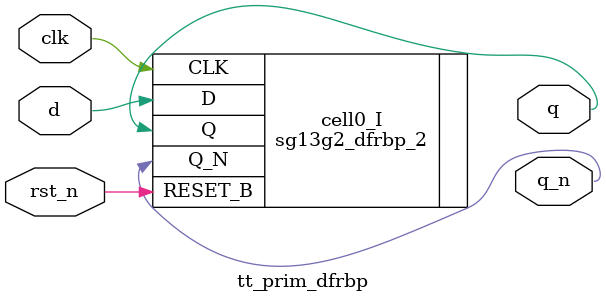
<source format=v>
/*
 * tt_prim_dfrbp.v
 *
 * TT Primitive
 * FF with positive edge clock, inverted reset, complementary outputs
 *
 * Copyright (c) 2024 Sylvain Munaut <tnt@246tNt.com>
 * SPDX-License-Identifier: Apache-2.0
 */

`default_nettype none

module tt_prim_dfrbp (
	input  wire d,
	output wire q,
	output wire q_n,
	input  wire clk,
	input  wire rst_n
);

	sg13g2_dfrbp_2 cell0_I (
		.D       (d),
		.Q       (q),
		.Q_N     (q_n),
		.CLK     (clk),
		.RESET_B (rst_n)
	);

endmodule // tt_prim_dfrbp

</source>
